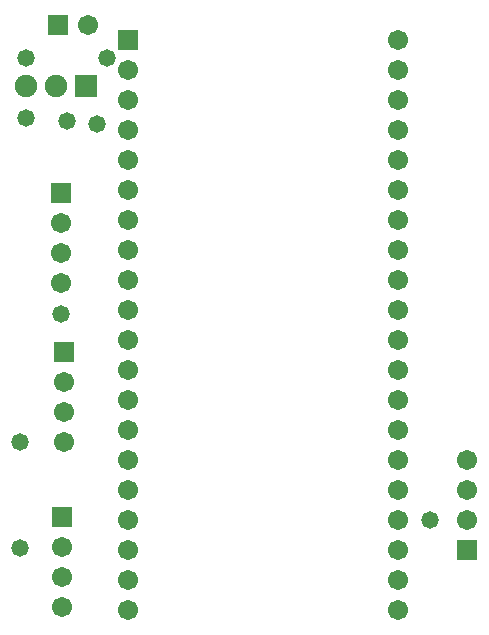
<source format=gbs>
%FSDAX24Y24*%
%MOIN*%
%SFA1B1*%

%IPPOS*%
%ADD24R,0.067100X0.067100*%
%ADD25C,0.067100*%
%ADD26R,0.067100X0.067100*%
%ADD27R,0.074900X0.074900*%
%ADD28C,0.074900*%
%ADD29C,0.058000*%
%LNcarteasserv-1*%
%LPD*%
G54D24*
X023400Y028200D03*
X023500Y022900D03*
X036950Y016300D03*
X023450Y017400D03*
G54D25*
X023400Y027200D03*
Y026200D03*
Y025200D03*
X023500Y021900D03*
Y020900D03*
Y019900D03*
X036950Y017300D03*
Y018300D03*
Y019300D03*
X034650Y014300D03*
Y015300D03*
Y016300D03*
Y017300D03*
Y018300D03*
Y019300D03*
Y020300D03*
Y021300D03*
Y022300D03*
Y023300D03*
Y024300D03*
Y025300D03*
Y026300D03*
Y027300D03*
Y028300D03*
Y029300D03*
Y030300D03*
Y031300D03*
Y032300D03*
Y033300D03*
X025650Y014300D03*
Y015300D03*
Y016300D03*
Y017300D03*
Y018300D03*
Y019300D03*
Y020300D03*
Y021300D03*
Y022300D03*
Y023300D03*
Y024300D03*
Y025300D03*
Y026300D03*
Y027300D03*
Y028300D03*
Y029300D03*
Y030300D03*
Y031300D03*
Y032300D03*
X023450Y016400D03*
Y015400D03*
Y014400D03*
X024300Y033800D03*
G54D26*
X025650Y033300D03*
X023300Y033800D03*
G54D27*
X024250Y031750D03*
G54D28*
X023250Y031750D03*
X022250D03*
G54D29*
X024950Y032700D03*
X022250D03*
X024600Y030500D03*
X023605Y030595D03*
X022250Y030700D03*
X022050Y016350D03*
Y019900D03*
X023400Y024150D03*
X035700Y017300D03*
M02*
</source>
